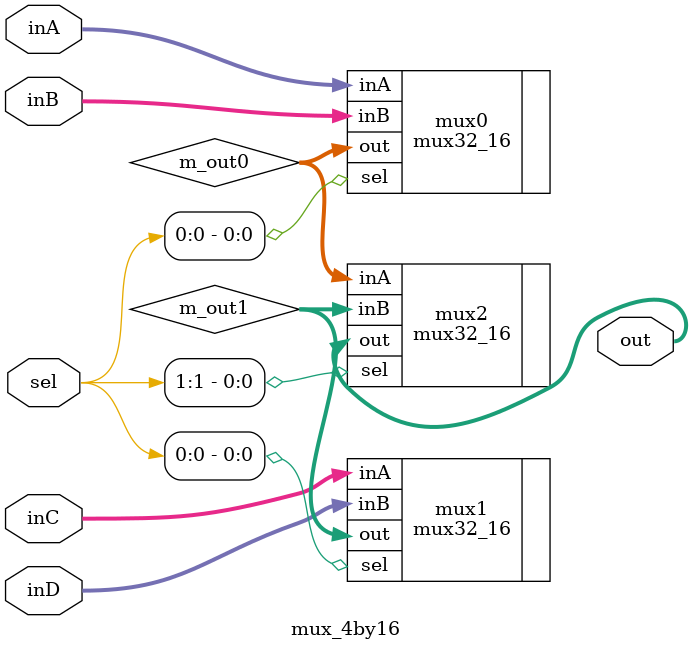
<source format=v>
module mux_4by16 (inA, inB, inC, inD, sel, out);
    
    input [63:0] inA;
    input [63:0] inB;
    input [63:0] inC;
    input [63:0] inD;
    input [1:0] sel;
    
    output [63:0] out;
    
    wire [63:0] m_out0;
    wire [63:0] m_out1;
    
    
    mux32_16 mux0 (.inA(inA[63:0]), .inB(inB[63:0]), .sel(sel[0]), .out(m_out0[63:0]));
    mux32_16 mux1 (.inA(inC[63:0]), .inB(inD[63:0]), .sel(sel[0]), .out(m_out1[63:0]));
    
    mux32_16 mux2 (.inA(m_out0[63:0]), .inB(m_out1[63:0]), .sel(sel[1]), .out(out[63:0]));
    
endmodule

</source>
